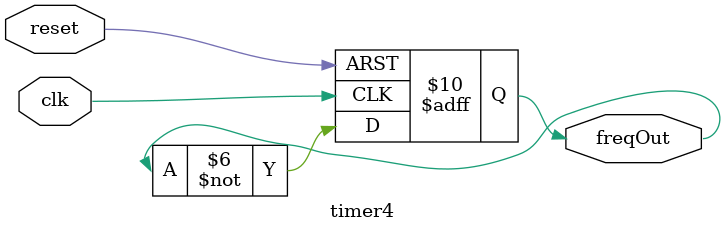
<source format=v>
`timescale 1ns / 1ps
module timer4 #(parameter maxTimeValue = 85150) (
input clk,
input reset,
output reg freqOut
    );
	 
integer TimerValue;

always @(posedge clk or posedge reset)
begin
 if (reset)
   TimerValue <= 0;
 else if (TimerValue < maxTimeValue)
   begin
	TimerValue <= TimerValue + 1'b1;
	end
 else
 TimerValue <= 26'd0;
end

always @(posedge clk or posedge reset)
begin
 if (reset)
   freqOut <= 1'b0;
 
 else
 begin
 if (TimerValue == maxTimeValue);
 freqOut <= ~freqOut;
end 
end




endmodule

</source>
